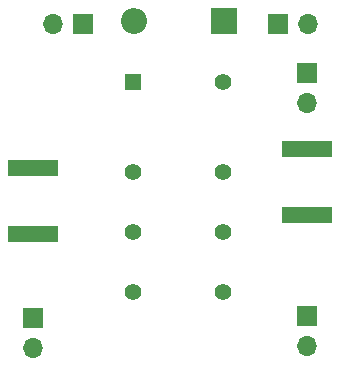
<source format=gbr>
%TF.GenerationSoftware,KiCad,Pcbnew,(6.0.10)*%
%TF.CreationDate,2023-01-04T10:17:45-08:00*%
%TF.ProjectId,attenuator,61747465-6e75-4617-946f-722e6b696361,rev?*%
%TF.SameCoordinates,PX3f52f00PY6dac2c0*%
%TF.FileFunction,Soldermask,Bot*%
%TF.FilePolarity,Negative*%
%FSLAX46Y46*%
G04 Gerber Fmt 4.6, Leading zero omitted, Abs format (unit mm)*
G04 Created by KiCad (PCBNEW (6.0.10)) date 2023-01-04 10:17:45*
%MOMM*%
%LPD*%
G01*
G04 APERTURE LIST*
%ADD10R,1.700000X1.700000*%
%ADD11O,1.700000X1.700000*%
%ADD12R,1.400000X1.400000*%
%ADD13C,1.400000*%
%ADD14R,4.200000X1.350000*%
%ADD15R,2.200000X2.200000*%
%ADD16O,2.200000X2.200000*%
G04 APERTURE END LIST*
D10*
%TO.C,J7*%
X25800000Y26275000D03*
D11*
X25800000Y23735000D03*
%TD*%
D10*
%TO.C,J6*%
X2600000Y5475000D03*
D11*
X2600000Y2935000D03*
%TD*%
D10*
%TO.C,J5*%
X25800000Y5675000D03*
D11*
X25800000Y3135000D03*
%TD*%
D10*
%TO.C,J2*%
X6875000Y30400000D03*
D11*
X4335000Y30400000D03*
%TD*%
%TO.C,J1*%
X25865000Y30400000D03*
D10*
X23325000Y30400000D03*
%TD*%
D12*
%TO.C,K1*%
X11037500Y25457500D03*
D13*
X11037500Y17837500D03*
X11037500Y12757500D03*
X11037500Y7677500D03*
X18657500Y7677500D03*
X18657500Y12757500D03*
X18657500Y17837500D03*
X18657500Y25457500D03*
%TD*%
D14*
%TO.C,J4*%
X2600000Y12575000D03*
X2600000Y18225000D03*
%TD*%
%TO.C,J3*%
X25800000Y19825000D03*
X25800000Y14175000D03*
%TD*%
D15*
%TO.C,D1*%
X18820000Y30600000D03*
D16*
X11200000Y30600000D03*
%TD*%
M02*

</source>
